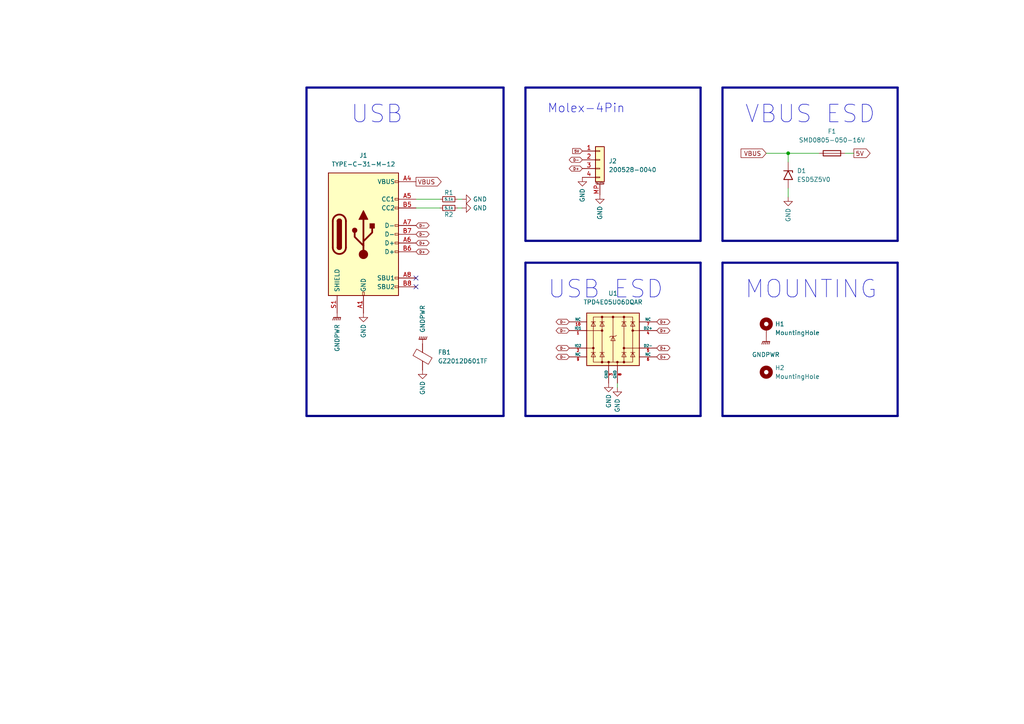
<source format=kicad_sch>
(kicad_sch (version 20231120) (generator "eeschema") (generator_version "8.0")
  (paper "A4")
  (title_block (title "Unified Daughterboard UDB-S1") (date "2022-09-16") (rev "V1.0.0"))
  (lib_symbols
    (symbol "Connector:USB_C_Receptacle_USB2.0" (pin_names (offset 1.016))
      (property "Reference" "J" (at -10.16 19.05 0))
      (property "Value" "USB_C_Receptacle_USB2.0" (at 19.05 19.05 0))
      (symbol "USB_C_Receptacle_USB2.0_0_0"
        (rectangle (start -0.254 -17.78) (end 0.254 -16.764))
        (rectangle (start 10.16 -14.986) (end 9.144 -15.494))
        (rectangle (start 10.16 -12.446) (end 9.144 -12.954))
        (rectangle (start 10.16 -4.826) (end 9.144 -5.334))
        (rectangle (start 10.16 -2.286) (end 9.144 -2.794))
        (rectangle (start 10.16 0.254) (end 9.144 -0.254))
        (rectangle (start 10.16 2.794) (end 9.144 2.286))
        (rectangle (start 10.16 7.874) (end 9.144 7.366))
        (rectangle (start 10.16 10.414) (end 9.144 9.906))
        (rectangle (start 10.16 15.494) (end 9.144 14.986))
      )
      (symbol "USB_C_Receptacle_USB2.0_0_1"
        (rectangle (start -10.16 17.78) (end 10.16 -17.78) (stroke (width 0.254)) (fill (type background)))
        (arc (start -8.89 -3.81) (mid -6.985 -5.7066) (end -5.08 -3.81) (stroke (width 0.508)))
        (arc (start -7.62 -3.81) (mid -6.985 -4.4422) (end -6.35 -3.81) (stroke (width 0.254)))
        (arc (start -7.62 -3.81) (mid -6.985 -4.4422) (end -6.35 -3.81) (stroke (width 0.254)) (fill (type outline)))
        (rectangle (start -7.62 -3.81) (end -6.35 3.81) (stroke (width 0.254)) (fill (type outline)))
        (arc (start -6.35 3.81) (mid -6.985 4.4422) (end -7.62 3.81) (stroke (width 0.254)))
        (arc (start -6.35 3.81) (mid -6.985 4.4422) (end -7.62 3.81) (stroke (width 0.254)) (fill (type outline)))
        (arc (start -5.08 3.81) (mid -6.985 5.7066) (end -8.89 3.81) (stroke (width 0.508)))
        (circle (center -2.54 1.143) (radius 0.635) (stroke (width 0.254)) (fill (type outline)))
        (circle (center 0 -5.842) (radius 1.27) (fill (type outline)))
        (polyline (pts (xy -8.89 -3.81) (xy -8.89 3.81)) (stroke (width 0.508)))
        (polyline (pts (xy -5.08 3.81) (xy -5.08 -3.81)) (stroke (width 0.508)))
        (polyline (pts (xy 0 -5.842) (xy 0 4.318)) (stroke (width 0.508)))
        (polyline (pts (xy 0 -3.302) (xy -2.54 -0.762) (xy -2.54 0.508)) (stroke (width 0.508)))
        (polyline (pts (xy 0 -2.032) (xy 2.54 0.508) (xy 2.54 1.778)) (stroke (width 0.508)))
        (polyline (pts (xy -1.27 4.318) (xy 0 6.858) (xy 1.27 4.318) (xy -1.27 4.318)) (stroke (width 0.254)) (fill (type outline)))
        (rectangle (start 1.905 1.778) (end 3.175 3.048) (stroke (width 0.254)) (fill (type outline)))
      )
      (symbol "USB_C_Receptacle_USB2.0_1_1"
        (pin passive line (at 0 -22.86 90) (length 5.08) (name "GND") (number "A1"))
        (pin passive line (at 0 -22.86 90) (length 5.08) hide (name "GND") (number "A12"))
        (pin passive line (at 15.24 15.24 180) (length 5.08) (name "VBUS") (number "A4"))
        (pin bidirectional line (at 15.24 10.16 180) (length 5.08) (name "CC1") (number "A5"))
        (pin bidirectional line (at 15.24 -2.54 180) (length 5.08) (name "D+") (number "A6"))
        (pin bidirectional line (at 15.24 2.54 180) (length 5.08) (name "D-") (number "A7"))
        (pin bidirectional line (at 15.24 -12.7 180) (length 5.08) (name "SBU1") (number "A8"))
        (pin passive line (at 15.24 15.24 180) (length 5.08) hide (name "VBUS") (number "A9"))
        (pin passive line (at 0 -22.86 90) (length 5.08) hide (name "GND") (number "B1"))
        (pin passive line (at 0 -22.86 90) (length 5.08) hide (name "GND") (number "B12"))
        (pin passive line (at 15.24 15.24 180) (length 5.08) hide (name "VBUS") (number "B4"))
        (pin bidirectional line (at 15.24 7.62 180) (length 5.08) (name "CC2") (number "B5"))
        (pin bidirectional line (at 15.24 -5.08 180) (length 5.08) (name "D+") (number "B6"))
        (pin bidirectional line (at 15.24 0 180) (length 5.08) (name "D-") (number "B7"))
        (pin bidirectional line (at 15.24 -15.24 180) (length 5.08) (name "SBU2") (number "B8"))
        (pin passive line (at 15.24 15.24 180) (length 5.08) hide (name "VBUS") (number "B9"))
        (pin passive line (at -7.62 -22.86 90) (length 5.08) (name "SHIELD") (number "S1"))
      )
    )
    (symbol "Connector_Generic_MountingPin:Conn_01x04_MountingPin" (pin_names (offset 1.016) hide)
      (property "Reference" "J" (at 0 5.08 0))
      (property "Value" "Conn_01x04_MountingPin" (at 1.27 -7.62 0))
      (symbol "Conn_01x04_MountingPin_1_1"
        (rectangle (start -1.27 -4.953) (end 0 -5.207) (stroke (width 0.1524)))
        (rectangle (start -1.27 -2.413) (end 0 -2.667) (stroke (width 0.1524)))
        (rectangle (start -1.27 0.127) (end 0 -0.127) (stroke (width 0.1524)))
        (rectangle (start -1.27 2.667) (end 0 2.413) (stroke (width 0.1524)))
        (rectangle (start -1.27 3.81) (end 1.27 -6.35) (stroke (width 0.254)) (fill (type background)))
        (polyline (pts (xy -1.016 -7.112) (xy 1.016 -7.112)) (stroke (width 0.1524)))
        (text "Mounting" (at 0 -6.731 0) (effects (font (size 0.381 0.381))))
        (pin passive line (at -5.08 2.54 0) (length 3.81) (name "Pin_1") (number "1"))
        (pin passive line (at -5.08 0 0) (length 3.81) (name "Pin_2") (number "2"))
        (pin passive line (at -5.08 -2.54 0) (length 3.81) (name "Pin_3") (number "3"))
        (pin passive line (at -5.08 -5.08 0) (length 3.81) (name "Pin_4") (number "4"))
        (pin passive line (at 0 -10.16 90) (length 3.048) (name "MountPin") (number "MP"))
      )
    )
    (symbol "Device:FerriteBead" (pin_numbers hide) (pin_names (offset 0))
      (property "Reference" "FB" (at -3.81 0.635 90))
      (property "Value" "FerriteBead" (at 3.81 0 90))
      (symbol "FerriteBead_0_1"
        (polyline (pts (xy 0 -1.27) (xy 0 -1.2192)))
        (polyline (pts (xy 0 1.27) (xy 0 1.2954)))
        (polyline (pts (xy -2.7686 0.4064) (xy -1.7018 2.2606) (xy 2.7686 -0.3048) (xy 1.6764 -2.159) (xy -2.7686 0.4064)))
      )
      (symbol "FerriteBead_1_1"
        (pin passive line (at 0 3.81 270) (length 2.54) (name "~") (number "1"))
        (pin passive line (at 0 -3.81 90) (length 2.54) (name "~") (number "2"))
      )
    )
    (symbol "Device:Fuse" (pin_numbers hide) (pin_names (offset 0))
      (property "Reference" "F" (at 2.032 0 90))
      (property "Value" "Fuse" (at -1.905 0 90))
      (symbol "Fuse_0_1"
        (rectangle (start -0.762 -2.54) (end 0.762 2.54) (stroke (width 0.254)))
        (polyline (pts (xy 0 2.54) (xy 0 -2.54)))
      )
      (symbol "Fuse_1_1"
        (pin passive line (at 0 3.81 270) (length 1.27) (name "~") (number "1"))
        (pin passive line (at 0 -3.81 90) (length 1.27) (name "~") (number "2"))
      )
    )
    (symbol "Device:R_Small" (pin_numbers hide) (pin_names (offset 0.254) hide)
      (property "Reference" "R" (at 0.762 0.508 0))
      (property "Value" "R_Small" (at 0.762 -1.016 0))
      (symbol "R_Small_0_1"
        (rectangle (start -0.762 1.778) (end 0.762 -1.778) (stroke (width 0.2032)))
      )
      (symbol "R_Small_1_1"
        (pin passive line (at 0 2.54 270) (length 0.762) (name "~") (number "1"))
        (pin passive line (at 0 -2.54 90) (length 0.762) (name "~") (number "2"))
      )
    )
    (symbol "Diode:SMF6V0A" (pin_numbers hide) (pin_names (offset 1.016) hide)
      (property "Reference" "D" (at 0 2.54 0))
      (property "Value" "SMF6V0A" (at 0 -2.54 0))
      (symbol "SMF6V0A_0_1"
        (polyline (pts (xy -0.762 1.27) (xy -1.27 1.27) (xy -1.27 -1.27)) (stroke (width 0.254)))
        (polyline (pts (xy 1.27 1.27) (xy 1.27 -1.27) (xy -1.27 0) (xy 1.27 1.27)) (stroke (width 0.254)))
      )
      (symbol "SMF6V0A_1_1"
        (pin passive line (at -3.81 0 0) (length 2.54) (name "A1") (number "1"))
        (pin passive line (at 3.81 0 180) (length 2.54) (name "A2") (number "2"))
      )
    )
    (symbol "Mechanical:MountingHole" (pin_names (offset 1.016))
      (property "Reference" "H" (at 0 5.08 0))
      (property "Value" "MountingHole" (at 0 3.175 0))
      (symbol "MountingHole_0_1"
        (circle (center 0 0) (radius 1.27) (stroke (width 1.27)))
      )
    )
    (symbol "Mechanical:MountingHole_Pad" (pin_numbers hide) (pin_names (offset 1.016) hide)
      (property "Reference" "H" (at 0 6.35 0))
      (property "Value" "MountingHole_Pad" (at 0 4.445 0))
      (symbol "MountingHole_Pad_0_1"
        (circle (center 0 1.27) (radius 1.27) (stroke (width 1.27)))
      )
      (symbol "MountingHole_Pad_1_1"
        (pin input line (at 0 -2.54 90) (length 2.54) (name "1") (number "1"))
      )
    )
    (symbol "acheron_Symbols:TPD4E05U06DQAR" (pin_names (offset 0))
      (property "Reference" "U" (at 0 12.7 0))
      (property "Value" "TPD4E05U06DQAR" (at 0 10.16 0))
      (symbol "TPD4E05U06DQAR_0_0"
        (rectangle (start -5.715 6.477) (end 5.715 -6.604))
        (polyline (pts (xy -3.175 -6.604) (xy -3.175 6.477)))
        (polyline (pts (xy 0 6.477) (xy 0 -6.604)))
        (polyline (pts (xy 3.175 6.477) (xy 3.175 -6.604)))
      )
      (symbol "TPD4E05U06DQAR_0_1"
        (rectangle (start -7.62 7.62) (end 7.62 -7.62) (stroke (width 0.254)) (fill (type background)))
        (circle (center -5.715 -2.54) (radius 0.2794) (fill (type outline)))
        (circle (center -3.175 -6.604) (radius 0.2794) (fill (type outline)))
        (circle (center -3.175 2.54) (radius 0.2794) (fill (type outline)))
        (circle (center -3.175 6.477) (radius 0.2794) (fill (type outline)))
        (circle (center -1.27 -6.604) (radius 0.2794) (fill (type outline)))
        (polyline (pts (xy -7.747 2.54) (xy -3.175 2.54)))
        (polyline (pts (xy -7.62 -2.54) (xy -5.715 -2.54)))
        (polyline (pts (xy -5.08 -3.81) (xy -6.35 -3.81)))
        (polyline (pts (xy -5.08 5.08) (xy -6.35 5.08)))
        (polyline (pts (xy -2.54 -3.81) (xy -3.81 -3.81)))
        (polyline (pts (xy -2.54 5.08) (xy -3.81 5.08)))
        (polyline (pts (xy -1.27 -6.604) (xy -1.27 -7.62)))
        (polyline (pts (xy -0.635 0.889) (xy -1.016 0.635)))
        (polyline (pts (xy 0.635 0.889) (xy -0.635 0.889)))
        (polyline (pts (xy 0.635 0.889) (xy 1.016 1.143)))
        (polyline (pts (xy 3.81 -3.81) (xy 2.54 -3.81)))
        (polyline (pts (xy 3.81 5.08) (xy 2.54 5.08)))
        (polyline (pts (xy 6.35 -3.81) (xy 5.08 -3.81)))
        (polyline (pts (xy 6.35 5.08) (xy 5.08 5.08)))
        (polyline (pts (xy 7.62 -2.54) (xy 3.175 -2.54)))
        (polyline (pts (xy 7.62 2.54) (xy 5.715 2.54)))
        (polyline (pts (xy -5.08 -5.08) (xy -6.35 -5.08) (xy -5.715 -3.81) (xy -5.08 -5.08)))
        (polyline (pts (xy -5.08 3.81) (xy -6.35 3.81) (xy -5.715 5.08) (xy -5.08 3.81)))
        (polyline (pts (xy -2.54 -5.08) (xy -3.81 -5.08) (xy -3.175 -3.81) (xy -2.54 -5.08)))
        (polyline (pts (xy -2.54 3.81) (xy -3.81 3.81) (xy -3.175 5.08) (xy -2.54 3.81)))
        (polyline (pts (xy 0.635 -0.381) (xy -0.635 -0.381) (xy 0 0.889) (xy 0.635 -0.381)))
        (polyline (pts (xy 3.81 -5.08) (xy 2.54 -5.08) (xy 3.175 -3.81) (xy 3.81 -5.08)))
        (polyline (pts (xy 3.81 3.81) (xy 2.54 3.81) (xy 3.175 5.08) (xy 3.81 3.81)))
        (polyline (pts (xy 6.35 -5.08) (xy 5.08 -5.08) (xy 5.715 -3.81) (xy 6.35 -5.08)))
        (polyline (pts (xy 6.35 3.81) (xy 5.08 3.81) (xy 5.715 5.08) (xy 6.35 3.81)))
        (circle (center 0 6.477) (radius 0.2794) (fill (type outline)))
        (circle (center 3.175 -6.604) (radius 0.2794) (fill (type outline)))
        (circle (center 3.175 -2.54) (radius 0.2794) (fill (type outline)))
        (circle (center 3.175 6.477) (radius 0.2794) (fill (type outline)))
        (circle (center 5.715 2.54) (radius 0.2794) (fill (type outline)))
      )
      (symbol "TPD4E05U06DQAR_1_1"
        (polyline (pts (xy 1.27 -6.604) (xy 1.27 -7.62)))
        (circle (center 1.27 -6.604) (radius 0.2794) (fill (type outline)))
        (pin bidirectional line (at -12.7 2.54 0) (length 5.08) (name "IO1") (number "1"))
        (pin bidirectional line (at -12.7 5.08 0) (length 5.08) (name "NC") (number "10"))
        (pin bidirectional line (at -12.7 -2.54 0) (length 5.08) (name "IO2") (number "2"))
        (pin power_in line (at -1.27 -12.7 90) (length 5.08) (name "GND") (number "3"))
        (pin bidirectional line (at 12.7 2.54 180) (length 5.08) (name "D2+") (number "4"))
        (pin bidirectional line (at 12.7 -2.54 180) (length 5.08) (name "D2-") (number "5"))
        (pin bidirectional line (at 12.7 -5.08 180) (length 5.08) (name "NC") (number "6"))
        (pin bidirectional line (at 12.7 5.08 180) (length 5.08) (name "NC") (number "7"))
        (pin power_in line (at 1.27 -12.7 90) (length 5.08) (name "GND") (number "8"))
        (pin bidirectional line (at -12.7 -5.08 0) (length 5.08) (name "NC") (number "9"))
      )
    )
    (symbol "power:GND" (power) (pin_names (offset 0))
      (property "Value" "GND" (at 0 -3.81 0))
      (symbol "GND_0_1"
        (polyline (pts (xy 0 0) (xy 0 -1.27) (xy 1.27 -1.27) (xy 0 -2.54) (xy -1.27 -1.27) (xy 0 -1.27)))
      )
      (symbol "GND_1_1"
        (pin power_in line (at 0 0 270) (length 0) hide (name "GND") (number "1"))
      )
    )
    (symbol "power:GNDPWR" (power) (pin_names (offset 0))
      (property "Value" "GNDPWR" (at 0 -3.302 0))
      (symbol "GNDPWR_0_1"
        (polyline (pts (xy 0 -1.27) (xy 0 0)))
        (polyline (pts (xy -1.016 -1.27) (xy -1.27 -2.032) (xy -1.27 -2.032)) (stroke (width 0.2032)))
        (polyline (pts (xy -0.508 -1.27) (xy -0.762 -2.032) (xy -0.762 -2.032)) (stroke (width 0.2032)))
        (polyline (pts (xy 0 -1.27) (xy -0.254 -2.032) (xy -0.254 -2.032)) (stroke (width 0.2032)))
        (polyline (pts (xy 0.508 -1.27) (xy 0.254 -2.032) (xy 0.254 -2.032)) (stroke (width 0.2032)))
        (polyline (pts (xy 1.016 -1.27) (xy -1.016 -1.27) (xy -1.016 -1.27)) (stroke (width 0.2032)))
        (polyline (pts (xy 1.016 -1.27) (xy 0.762 -2.032) (xy 0.762 -2.032) (xy 0.762 -2.032)) (stroke (width 0.2032)))
      )
      (symbol "GNDPWR_1_1"
        (pin power_in line (at 0 0 270) (length 0) hide (name "GNDPWR") (number "1"))
      )
    )
  )
  (junction (at 228.6 44.45))
  (no_connect (at 120.65 83.185))
  (no_connect (at 120.65 80.645))
  (wire (pts (xy 179.07 111.125) (xy 179.07 112.395)))
  (bus (pts (xy 146.05 25.4) (xy 146.05 120.65)) (stroke (width 0.635)))
  (bus (pts (xy 260.35 69.85) (xy 209.55 69.85)) (stroke (width 0.635)))
  (bus (pts (xy 88.9 120.65) (xy 146.05 120.65)) (stroke (width 0.635)))
  (wire (pts (xy 228.6 57.15) (xy 228.6 54.61)))
  (bus (pts (xy 209.55 76.2) (xy 209.55 120.65)) (stroke (width 0.635)))
  (bus (pts (xy 203.2 25.4) (xy 203.2 69.85)) (stroke (width 0.635)))
  (bus (pts (xy 209.55 25.4) (xy 209.55 69.85)) (stroke (width 0.635)))
  (bus (pts (xy 209.55 25.4) (xy 260.35 25.4)) (stroke (width 0.635)))
  (wire (pts (xy 120.65 57.785) (xy 127.635 57.785)))
  (wire (pts (xy 120.65 60.325) (xy 127.635 60.325)))
  (wire (pts (xy 228.6 44.45) (xy 237.49 44.45)))
  (bus (pts (xy 152.4 76.2) (xy 152.4 120.65)) (stroke (width 0.635)))
  (wire (pts (xy 228.6 46.99) (xy 228.6 44.45)))
  (bus (pts (xy 152.4 25.4) (xy 203.2 25.4)) (stroke (width 0.635)))
  (wire (pts (xy 222.25 44.45) (xy 228.6 44.45)))
  (bus (pts (xy 209.55 76.2) (xy 260.35 76.2)) (stroke (width 0.635)))
  (bus (pts (xy 88.9 25.4) (xy 146.05 25.4)) (stroke (width 0.635)))
  (bus (pts (xy 203.2 120.65) (xy 152.4 120.65)) (stroke (width 0.635)))
  (bus (pts (xy 260.35 120.65) (xy 209.55 120.65)) (stroke (width 0.635)))
  (wire (pts (xy 245.11 44.45) (xy 247.65 44.45)))
  (bus (pts (xy 260.35 25.4) (xy 260.35 69.85)) (stroke (width 0.635)))
  (wire (pts (xy 132.715 60.325) (xy 133.985 60.325)))
  (bus (pts (xy 88.9 25.4) (xy 88.9 120.65)) (stroke (width 0.635)))
  (bus (pts (xy 203.2 69.85) (xy 152.4 69.85)) (stroke (width 0.635)))
  (wire (pts (xy 132.715 57.785) (xy 133.985 57.785)))
  (bus (pts (xy 152.4 25.4) (xy 152.4 69.85)) (stroke (width 0.635)))
  (bus (pts (xy 260.35 76.2) (xy 260.35 120.65)) (stroke (width 0.635)))
  (bus (pts (xy 203.2 76.2) (xy 203.2 120.65)) (stroke (width 0.635)))
  (bus (pts (xy 152.4 76.2) (xy 203.2 76.2)) (stroke (width 0.635)))
  (text "USB ESD" (at 158.75 86.995 0) (effects (font (size 5.08 5.08)) (justify left bottom)))
  (text "VBUS ESD" (at 215.9 36.195 0) (effects (font (size 5.08 5.08)) (justify left bottom)))
  (text "USB" (at 101.6 36.195 0) (effects (font (size 5.08 5.08)) (justify left bottom)))
  (text "MOUNTING" (at 215.9 86.995 0) (effects (font (size 5.08 5.08)) (justify left bottom)))
  (text "Molex-4Pin" (at 158.75 33.02 0) (effects (font (size 2.54 2.54)) (justify left bottom)))
  (global_label "VBUS" (shape output) (at 120.65 52.705 0) (property "Intersheetrefs" "${INTERSHEET_REFS}" (effects (hide yes))))
  (global_label "D+" (shape bidirectional) (at 190.5 95.885 0) (effects (font (size 0.762 0.762))) (property "Intersheetrefs" "${INTERSHEET_REFS}" (effects (hide yes))))
  (global_label "D-" (shape bidirectional) (at 165.1 100.965 180) (effects (font (size 0.762 0.762))) (property "Intersheetrefs" "${INTERSHEET_REFS}" (effects (hide yes))))
  (global_label "D-" (shape bidirectional) (at 165.1 95.885 180) (effects (font (size 0.762 0.762))) (property "Intersheetrefs" "${INTERSHEET_REFS}" (effects (hide yes))))
  (global_label "VBUS" (shape input) (at 222.25 44.45 180) (property "Intersheetrefs" "${INTERSHEET_REFS}" (effects (hide yes))))
  (global_label "D+" (shape bidirectional) (at 168.91 48.895 180) (effects (font (size 0.762 0.762))) (property "Intersheetrefs" "${INTERSHEET_REFS}" (effects (hide yes))))
  (global_label "D-" (shape bidirectional) (at 120.65 67.945 0) (effects (font (size 0.762 0.762))) (property "Intersheetrefs" "${INTERSHEET_REFS}" (effects (hide yes))))
  (global_label "D+" (shape bidirectional) (at 190.5 103.505 0) (effects (font (size 0.762 0.762))) (property "Intersheetrefs" "${INTERSHEET_REFS}" (effects (hide yes))))
  (global_label "5V" (shape output) (at 247.65 44.45 0) (property "Intersheetrefs" "${INTERSHEET_REFS}" (effects (hide yes))))
  (global_label "5V" (shape input) (at 168.91 43.815 180) (effects (font (size 0.762 0.762))) (property "Intersheetrefs" "${INTERSHEET_REFS}" (effects (hide yes))))
  (global_label "D-" (shape bidirectional) (at 120.65 65.405 0) (effects (font (size 0.762 0.762))) (property "Intersheetrefs" "${INTERSHEET_REFS}" (effects (hide yes))))
  (global_label "D+" (shape bidirectional) (at 120.65 70.485 0) (effects (font (size 0.762 0.762))) (property "Intersheetrefs" "${INTERSHEET_REFS}" (effects (hide yes))))
  (global_label "D-" (shape bidirectional) (at 168.91 46.355 180) (effects (font (size 0.762 0.762))) (property "Intersheetrefs" "${INTERSHEET_REFS}" (effects (hide yes))))
  (global_label "D+" (shape bidirectional) (at 120.65 73.025 0) (effects (font (size 0.762 0.762))) (property "Intersheetrefs" "${INTERSHEET_REFS}" (effects (hide yes))))
  (global_label "D+" (shape bidirectional) (at 190.5 93.345 0) (effects (font (size 0.762 0.762))) (property "Intersheetrefs" "${INTERSHEET_REFS}" (effects (hide yes))))
  (global_label "D-" (shape bidirectional) (at 165.1 103.505 180) (effects (font (size 0.762 0.762))) (property "Intersheetrefs" "${INTERSHEET_REFS}" (effects (hide yes))))
  (global_label "D+" (shape bidirectional) (at 190.5 100.965 0) (effects (font (size 0.762 0.762))) (property "Intersheetrefs" "${INTERSHEET_REFS}" (effects (hide yes))))
  (global_label "D-" (shape bidirectional) (at 165.1 93.345 180) (effects (font (size 0.762 0.762))) (property "Intersheetrefs" "${INTERSHEET_REFS}" (effects (hide yes))))
  (symbol (lib_id "Device:Fuse") (at 241.3 44.45 90) (unit 1)
    (property "Reference" "F1" (at 241.3 38.1 90))
    (property "Value" "SMD0805-050-16V" (at 241.3 40.64 90))
    (property "Footprint" "Fuse:Fuse_1206_3216Metric" (effects (hide yes)))
    (property "Manufacturer" "TECHFUSE" (effects (hide yes)))
    (property "Manufacturer Part Number" "SMD0805-050-16V" (effects (hide yes)))
    (property "LCSC Part Number" "C2833485" (effects (hide yes)))
    (property "Package" "F0805" (effects (hide yes)))
  )
  (symbol (lib_id "power:GND") (at 133.985 57.785 90) (unit 1)
    (property "Reference" "#PWR02" (effects (hide yes)))
    (property "Value" "GND" (at 137.16 57.785 90) (effects (justify right)))
  )
  (symbol (lib_id "Mechanical:MountingHole") (at 222.25 107.95 0) (unit 1) (in_bom no)
    (property "Reference" "H2" (at 224.79 106.6799 0) (effects (justify left)))
    (property "Value" "MountingHole" (at 224.79 109.2199 0) (effects (justify left)))
    (property "Footprint" "MountingHole:MountingHole_3.2mm_M3_DIN965_Pad_TopOnly" (effects (hide yes)))
  )
  (symbol (lib_id "Mechanical:MountingHole_Pad") (at 222.25 95.25 0) (unit 1) (in_bom no)
    (property "Reference" "H1" (at 224.79 93.9799 0) (effects (justify left)))
    (property "Value" "MountingHole" (at 224.79 96.5199 0) (effects (justify left)))
    (property "Footprint" "MountingHole:MountingHole_3.2mm_M3_DIN965_Pad_TopBottom" (effects (hide yes)))
  )
  (symbol (lib_id "power:GND") (at 168.91 51.435 0) (unit 1)
    (property "Reference" "#PWR04" (effects (hide yes)))
    (property "Value" "GND" (at 168.91 54.61 90) (effects (justify right)))
  )
  (symbol (lib_id "Device:FerriteBead") (at 122.555 103.505 0) (unit 1)
    (property "Reference" "FB1" (at 127 102.1841 0) (effects (justify left)))
    (property "Value" "GZ2012D601TF" (at 127 104.7241 0) (effects (justify left)))
    (property "Footprint" "Inductor_SMD:L_0805_2012Metric" (effects (hide yes)))
    (property "Manufacturer" "Sunlord" (effects (hide yes)))
    (property "Manufacturer Part Number" "GZ2012D601TF" (effects (hide yes)))
    (property "LCSC Part Number" "C1017" (effects (hide yes)))
    (property "Package" "F0805" (effects (hide yes)))
  )
  (symbol (lib_id "power:GNDPWR") (at 97.79 90.805 0) (unit 1)
    (property "Reference" "#PWR09" (effects (hide yes)))
    (property "Value" "GNDPWR" (at 97.79 93.98 90) (effects (justify right)))
  )
  (symbol (lib_id "power:GND") (at 176.53 111.125 0) (unit 1)
    (property "Reference" "#PWR07" (effects (hide yes)))
    (property "Value" "GND" (at 176.53 114.3 90) (effects (justify right)))
  )
  (symbol (lib_id "Connector:USB_C_Receptacle_USB2.0") (at 105.41 67.945 0) (unit 1)
    (property "Reference" "J1" (at 105.41 45.085 0))
    (property "Value" "TYPE-C-31-M-12" (at 105.41 47.625 0))
    (property "Footprint" "Connector_USB:USB_C_Receptacle_HRO_TYPE-C-31-M-12" (effects (hide yes)))
    (property "Datasheet" "https://www.usb.org/sites/default/files/documents/usb_type-c.zip" (effects (hide yes)))
    (property "Manufacturer" "Koren Hroparts" (effects (hide yes)))
    (property "Manufacturer Part Number" "TYPE-C-31-M-12" (effects (hide yes)))
    (property "LCSC Part Number" "C165948" (effects (hide yes)))
  )
  (symbol (lib_id "acheron_Symbols:TPD4E05U06DQAR") (at 177.8 98.425 0) (unit 1)
    (property "Reference" "U1" (at 177.8 85.09 0))
    (property "Value" "TPD4E05U06DQAR" (at 177.8 87.63 0))
    (property "Footprint" "Package_SON:USON-10_2.5x1.0mm_P0.5mm" (effects (hide yes)))
    (property "Manufacturer" "MSKSEMI" (effects (hide yes)))
    (property "Package" "uSON-10" (effects (hide yes)))
    (property "Manufacturer Part Number" "TPD4E05U06DQAR" (effects (hide yes)))
    (property "LCSC Part Number" "C2836386" (effects (hide yes)))
  )
  (symbol (lib_id "power:GNDPWR") (at 122.555 99.695 180) (unit 1)
    (property "Reference" "#PWR011" (effects (hide yes)))
    (property "Value" "GNDPWR" (at 122.555 96.52 90) (effects (justify right)))
  )
  (symbol (lib_id "power:GND") (at 133.985 60.325 90) (unit 1)
    (property "Reference" "#PWR03" (effects (hide yes)))
    (property "Value" "GND" (at 137.16 60.325 90) (effects (justify right)))
  )
  (symbol (lib_id "Connector_Generic_MountingPin:Conn_01x04_MountingPin") (at 173.99 46.355 0) (unit 1)
    (property "Reference" "J2" (at 176.53 46.7105 0) (effects (justify left)))
    (property "Value" "200528-0040" (at 176.53 49.2505 0) (effects (justify left)))
    (property "Footprint" "Connector_FFC-FPC:Molex_200528-0040_1x04-1MP_P1.00mm_Horizontal" (effects (hide yes)))
    (property "Manufacturer" "MOLEX" (effects (hide yes)))
    (property "Manufacturer Part Number" "78171-0004" (effects (hide yes)))
    (property "LCSC Part Number" "C588524" (effects (hide yes)))
  )
  (symbol (lib_id "power:GND") (at 105.41 90.805 0) (unit 1)
    (property "Reference" "#PWR010" (effects (hide yes)))
    (property "Value" "GND" (at 105.41 93.98 90) (effects (justify right)))
  )
  (symbol (lib_id "power:GND") (at 179.07 112.395 0) (unit 1)
    (property "Reference" "#PWR08" (effects (hide yes)))
    (property "Value" "GND" (at 179.07 115.57 90) (effects (justify right)))
  )
  (symbol (lib_id "Diode:SMF6V0A") (at 228.6 50.8 270) (unit 1)
    (property "Reference" "D1" (at 231.14 49.5299 90) (effects (justify left)))
    (property "Value" "ESD5Z5V0" (at 231.14 52.0699 90) (effects (justify left)))
    (property "Footprint" "Diode_SMD:D_SOD-523" (effects (hide yes)))
    (property "Datasheet" "https://www.vishay.com/doc?85881" (effects (hide yes)))
    (property "Manufacturer" "MDD" (effects (hide yes)))
    (property "Manufacturer Part Number" "ESD5Z5V0" (effects (hide yes)))
    (property "LCSC Part Number" "C502546" (effects (hide yes)))
    (property "Package" "SOD-523" (effects (hide yes)))
  )
  (symbol (lib_id "power:GND") (at 173.99 56.515 0) (unit 1)
    (property "Reference" "#PWR06" (effects (hide yes)))
    (property "Value" "GND" (at 173.99 59.69 90) (effects (justify right)))
  )
  (symbol (lib_id "power:GNDPWR") (at 222.25 97.79 0) (unit 1)
    (property "Reference" "#PWR01" (effects (hide yes)))
    (property "Value" "GNDPWR" (at 222.123 102.87 0))
  )
  (symbol (lib_id "Device:R_Small") (at 130.175 57.785 270) (unit 1)
    (property "Reference" "R1" (at 130.175 55.88 90))
    (property "Value" "5.1k" (at 130.175 57.785 90) (effects (font (size 0.762 0.762))))
    (property "Footprint" "Resistor_SMD:R_0402_1005Metric" (effects (hide yes)))
  )
  (symbol (lib_id "power:GND") (at 228.6 57.15 0) (unit 1)
    (property "Reference" "#PWR05" (effects (hide yes)))
    (property "Value" "GND" (at 228.6 60.325 90) (effects (justify right)))
  )
  (symbol (lib_id "power:GND") (at 122.555 107.315 0) (unit 1)
    (property "Reference" "#PWR012" (effects (hide yes)))
    (property "Value" "GND" (at 122.555 110.49 90) (effects (justify right)))
  )
  (symbol (lib_id "Device:R_Small") (at 130.175 60.325 90) (unit 1)
    (property "Reference" "R2" (at 130.175 62.23 90))
    (property "Value" "5.1k" (at 130.175 60.325 90) (effects (font (size 0.762 0.762))))
    (property "Footprint" "Resistor_SMD:R_0402_1005Metric" (effects (hide yes)))
  )
)
</source>
